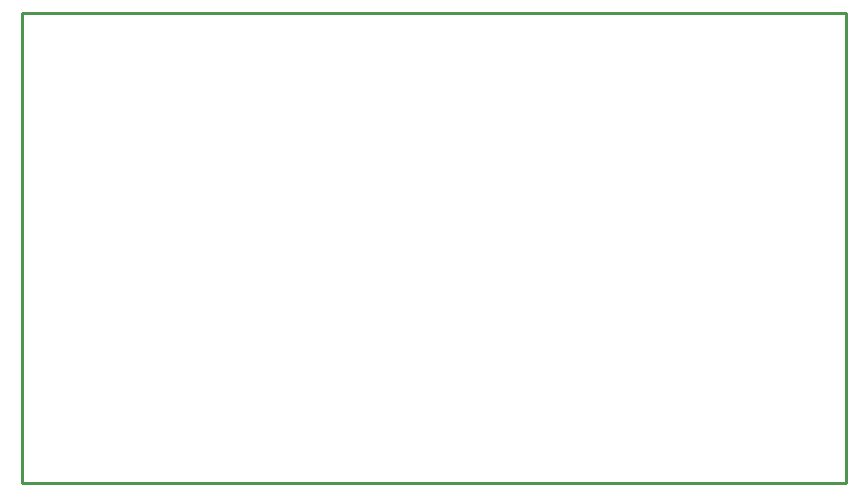
<source format=gko>
G04*
G04 #@! TF.GenerationSoftware,Altium Limited,Altium Designer,20.2.3 (150)*
G04*
G04 Layer_Color=16711935*
%FSLAX44Y44*%
%MOMM*%
G71*
G04*
G04 #@! TF.SameCoordinates,5F06F80F-724F-48A1-AB94-725DB31EE99F*
G04*
G04*
G04 #@! TF.FilePolarity,Positive*
G04*
G01*
G75*
%ADD15C,0.2540*%
D15*
X1270Y-1270D02*
X698500D01*
Y-398526D02*
Y-1270D01*
X1270Y-398526D02*
X698500D01*
X1270D02*
Y-1270D01*
M02*

</source>
